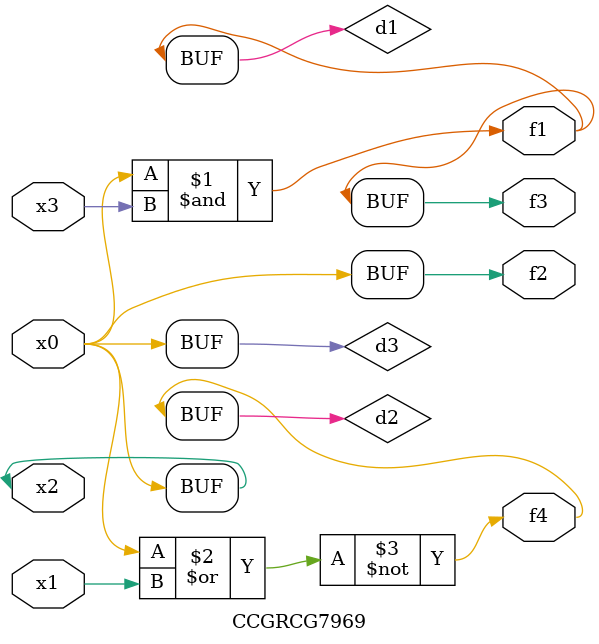
<source format=v>
module CCGRCG7969(
	input x0, x1, x2, x3,
	output f1, f2, f3, f4
);

	wire d1, d2, d3;

	and (d1, x2, x3);
	nor (d2, x0, x1);
	buf (d3, x0, x2);
	assign f1 = d1;
	assign f2 = d3;
	assign f3 = d1;
	assign f4 = d2;
endmodule

</source>
